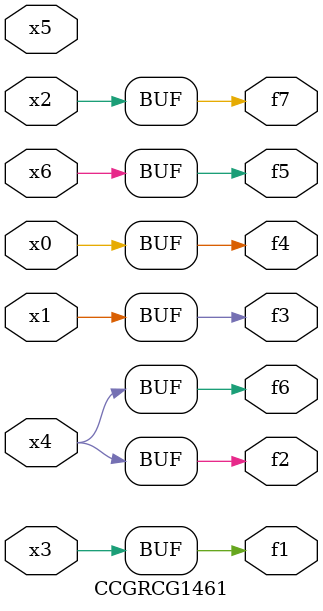
<source format=v>
module CCGRCG1461(
	input x0, x1, x2, x3, x4, x5, x6,
	output f1, f2, f3, f4, f5, f6, f7
);
	assign f1 = x3;
	assign f2 = x4;
	assign f3 = x1;
	assign f4 = x0;
	assign f5 = x6;
	assign f6 = x4;
	assign f7 = x2;
endmodule

</source>
